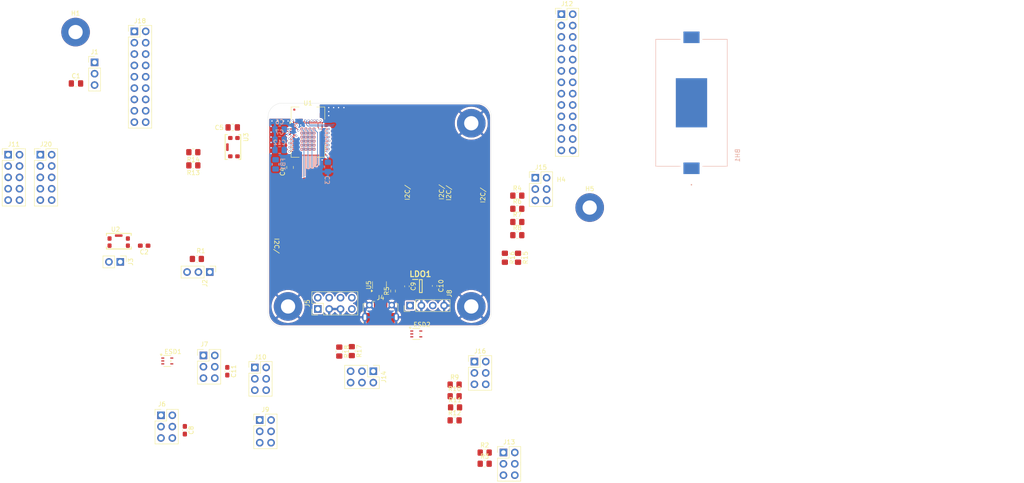
<source format=kicad_pcb>
(kicad_pcb (version 20240108) (generator "pcbnew") (generator_version "8.0")
  (layers (0 "F.Cu" signal) (1 "In1.Cu" signal) (2 "In2.Cu" signal) (3 "In3.Cu" signal) (4 "In4.Cu" signal) (31 "B.Cu" signal) (34 "B.Paste" user) (35 "F.Paste" user) (36 "B.SilkS" user "B.Silkscreen") (37 "F.SilkS" user "F.Silkscreen") (38 "B.Mask" user) (39 "F.Mask" user) (44 "Edge.Cuts" user))
  (net 0 "")
  (net 1 "Net-(BH1-+)")
  (net 3 "GND")
  (net 4 "/VBAT")
  (net 5 "Net-(J3-Pin_1)")
  (net 6 "+3.3V")
  (net 7 "/NRST")
  (net 8 "+5V")
  (net 9 "/LD_OUT_3V3")
  (net 10 "/VBUS")
  (net 11 "/5V_SW")
  (net 13 "/PC_5V")
  (net 14 "/PC_3V3")
  (net 16 "/3V3_SW")
  (net 17 "/BOOT0J")
  (net 18 "/PD2")
  (net 19 "Net-(J4-ID)")
  (net 20 "/USB_D2-")
  (net 21 "/USB_D2+")
  (net 22 "/JTMS-SWDIO")
  (net 23 "/JTDO-TRACE-SWO")
  (net 24 "/JTCK-SWCLK")
  (net 25 "/PH1")
  (net 26 "/PA8")
  (net 27 "/PC13")
  (net 28 "/PB1")
  (net 29 "/PB12")
  (net 30 "/PE4")
  (net 31 "/PD5")
  (net 32 "/PB2")
  (net 33 "/PH0")
  (net 34 "/PC12")
  (net 35 "/PE0")
  (net 36 "/PD4")
  (net 37 "/PA10")
  (net 38 "/PA3")
  (net 39 "/PB14")
  (net 40 "/PE2")
  (net 41 "/PE1")
  (net 42 "/PB15")
  (net 43 "/PA0")
  (net 44 "/PB0")
  (net 45 "Net-(J14-Pin_3)")
  (net 46 "Net-(J15-Pin_3)")
  (net 47 "Net-(J16-Pin_5)")
  (net 48 "Net-(J16-Pin_3)")
  (net 49 "Net-(J11-Pin_5)")
  (net 50 "Net-(J11-Pin_3)")
  (net 51 "/PA6")
  (net 52 "/PA7")
  (net 56 "/PE3")
  (net 57 "Net-(J11-Pin_7)")
  (net 58 "Net-(J11-Pin_9)")
  (net 59 "/PC7")
  (net 60 "/PD7")
  (net 61 "/PC9")
  (net 62 "/PD9")
  (net 63 "/PD6")
  (net 64 "/PC11")
  (net 65 "/PD15")
  (net 66 "/PD8")
  (net 67 "/PD3")
  (net 68 "/PD10")
  (net 69 "/PD12")
  (net 70 "/PD14")
  (net 71 "/PC10")
  (net 72 "/PC4")
  (net 73 "/PD13")
  (net 74 "/PD11")
  (net 75 "/PC8")
  (net 76 "/PA9")
  (net 77 "/PC6")
  (net 79 "Net-(U1-PH3-BOOT0)")
  (net 80 "/PB6_USART1_TX")
  (net 81 "/PB7_USART1_RX")
  (net 82 "/PA1_SPI1_SCK")
  (net 83 "/PA15_SPI1_NSS")
  (net 84 "/PB4_SPI1_MISO")
  (net 85 "/PB5_SPI1_MOSI")
  (net 86 "/PC2_SPI2_MISO")
  (net 87 "/PC3_SPI2_MOSI")
  (net 88 "/PD0_SPI2_NSS")
  (net 89 "/PD1_SPI2_SCK")
  (net 90 "/PB8_I2C1_SCL")
  (net 91 "/PB9_I2C1_SDA")
  (net 92 "/PC1_I2C3_SDA")
  (net 93 "/PB13_I2C3_SCL")
  (net 94 "/PA2_LPUART1_TX")
  (net 95 "/PC0_LPUART1_RX")
  (net 97 "/USB_D-")
  (net 98 "/USB_D+")
  (net 101 "Net-(U1-VDDA)")
  (net 102 "Net-(J13-Pin_3)")
  (net 103 "Net-(J13-Pin_5)")
  (net 104 "Net-(J14-Pin_5)")
  (net 105 "Net-(J15-Pin_1)")
  (net 106 "Net-(J20-Pin_5)")
  (net 107 "Net-(J20-Pin_3)")
  (net 108 "Net-(J20-Pin_7)")
  (net 109 "Net-(J20-Pin_9)")
  (footprint "Personal_Project:LDO_SOT95P280X145-5N" (layer "F.Cu") (at 147.21 87.95)
    (property "Reference" "LDO1")
    (property "Value" "LDO_TLV75733PDBVR" (hide yes))
  )
  (footprint "Resistor_SMD:R_0805_2012Metric_Pad1.20x1.40mm_HandSolder" (layer "F.Cu") (at 161.5 127.7)
    (property "Reference" "R3")
    (property "Value" "100R")
  )
  (footprint "Resistor_SMD:R_0805_2012Metric_Pad1.20x1.40mm_HandSolder" (layer "F.Cu") (at 154.775 117.99)
    (property "Reference" "R12")
    (property "Value" "100R")
  )
  (footprint "Connector_PinHeader_2.54mm:PinHeader_2x09_P2.54mm_Vertical" (layer "F.Cu") (at 83.1 30.94)
    (property "Reference" "J18")
    (property "Value" "GPIO_Pin_Headers")
  )
  (footprint "Personal_Project:Button_KMR231GLFS" (layer "F.Cu") (at 106.675 59.35 90)
    (property "Reference" "U3")
    (property "Value" "~")
  )
  (footprint "Resistor_SMD:R_0805_2012Metric_Pad1.20x1.40mm_HandSolder" (layer "F.Cu") (at 168.8 67.7)
    (property "Reference" "R4")
    (property "Value" "100R")
  )
  (footprint "MountingHole:MountingHole_3.2mm_M3_Pad" (layer "F.Cu") (at 117.5 92.5)
    (property "Reference" "H3" (hide yes))
    (property "Value" "MountingHole_Pad")
  )
  (footprint "Capacitor_SMD:C_0603_1608Metric_Pad1.08x0.95mm_HandSolder" (layer "F.Cu") (at 150.3 87.9 -90)
    (property "Reference" "C10")
    (property "Value" "1u")
  )
  (footprint "Personal_Project:PinHeader_2x03_P2.54mm_Vertical_PINS" (layer "F.Cu") (at 90.28 119.395)
    (property "Reference" "J6")
    (property "Value" "Power Select Jumpers")
  )
  (footprint "MountingHole:MountingHole_3.2mm_M3_Pad" (layer "F.Cu") (at 158.5 92.5)
    (property "Reference" "H4")
    (property "Value" "MountingHole_Pad")
  )
  (footprint "Connector_PinHeader_2.54mm:PinHeader_2x13_P2.54mm_Vertical" (layer "F.Cu") (at 178.66 27.1)
    (property "Reference" "J12")
    (property "Value" "GPIO_Pin_Headers")
  )
  (footprint "Capacitor_SMD:C_0805_2012Metric_Pad1.18x1.45mm_HandSolder" (layer "F.Cu") (at 105.115 52.43)
    (property "Reference" "C5")
    (property "Value" "100nF")
  )
  (footprint "Connector_PinHeader_2.54mm:PinHeader_2x03_P2.54mm_Vertical" (layer "F.Cu") (at 159.2 104.84)
    (property "Reference" "J16")
    (property "Value" "USART1_Header")
  )
  (footprint "Connector_PinHeader_2.54mm:PinHeader_2x03_P2.54mm_Vertical" (layer "F.Cu") (at 136.58 107 -90)
    (property "Reference" "J14")
    (property "Value" "I2C1_Header")
  )
  (footprint "Capacitor_SMD:C_0603_1608Metric_Pad1.08x0.95mm_HandSolder" (layer "F.Cu") (at 85.3 78.9 180)
    (property "Reference" "C2")
    (property "Value" "1uF")
  )
  (footprint "Connector_PinHeader_2.54mm:PinHeader_1x03_P2.54mm_Vertical" (layer "F.Cu") (at 99.98 84.8 -90)
    (property "Reference" "J2")
    (property "Value" "BOOT0_Jumper")
  )
  (footprint "Resistor_SMD:R_0805_2012Metric_Pad1.20x1.40mm_HandSolder" (layer "F.Cu") (at 166.02 81.6 -90)
    (property "Reference" "R16")
    (property "Value" "100R")
  )
  (footprint "Package_TO_SOT_SMD:SOT-23-6" (layer "F.Cu") (at 137.95 87.7225 90)
    (property "Reference" "U5")
    (property "Value" "USBLC6-2SC6")
  )
  (footprint "Capacitor_SMD:C_0805_2012Metric_Pad1.18x1.45mm_HandSolder" (layer "F.Cu") (at 117.95 61.395 -90)
    (property "Reference" "C4")
    (property "Value" "100n")
  )
  (footprint "Resistor_SMD:R_0805_2012Metric_Pad1.20x1.40mm_HandSolder" (layer "F.Cu") (at 161.5 125.2)
    (property "Reference" "R2")
    (property "Value" "100R")
  )
  (footprint "Capacitor_SMD:C_0805_2012Metric_Pad1.18x1.45mm_HandSolder" (layer "F.Cu") (at 70.0375 42.6)
    (property "Reference" "C1")
    (property "Value" "100n")
  )
  (footprint "Connector_PinHeader_2.54mm:PinHeader_2x03_P2.54mm_Vertical" (layer "F.Cu") (at 110.06 106.16)
    (property "Reference" "J10")
    (property "Value" "3V3 Power Pins")
  )
  (footprint "Resistor_SMD:R_0805_2012Metric_Pad1.20x1.40mm_HandSolder" (layer "F.Cu") (at 154.875 115.09)
    (property "Reference" "R11")
    (property "Value" "100R")
  )
  (footprint "Resistor_SMD:R_0805_2012Metric_Pad1.20x1.40mm_HandSolder" (layer "F.Cu") (at 154.775 109.99)
    (property "Reference" "R9")
    (property "Value" "100R")
  )
  (footprint "Resistor_SMD:R_0805_2012Metric_Pad1.20x1.40mm_HandSolder" (layer "F.Cu") (at 128.96 102.6 -90)
    (property "Reference" "R18")
    (property "Value" "100R")
  )
  (footprint "MountingHole:MountingHole_3.2mm_M3_Pad" (layer "F.Cu") (at 185 70.37)
    (property "Reference" "H5")
    (property "Value" "MountingHole_Pad")
  )
  (footprint "Resistor_SMD:R_0805_2012Metric_Pad1.20x1.40mm_HandSolder" (layer "F.Cu") (at 96.3 60.93 180)
    (property "Reference" "R13")
    (property "Value" "100R")
  )
  (footprint "Personal_Project:SOT323-5L_STM-L" (layer "F.Cu") (at 146.19035 98.649999)
    (property "Reference" "ESD2")
    (property "Value" "ESDALC6V1W5")
  )
  (footprint "Connector_PinHeader_2.54mm:PinHeader_1x04_P2.54mm_Vertical" (layer "F.Cu") (at 144.8 92.3 90)
    (property "Reference" "J8")
    (property "Value" "Power Pins")
  )
  (footprint "Resistor_SMD:R_0805_2012Metric_Pad1.20x1.40mm_HandSolder" (layer "F.Cu") (at 96.3 57.98 180)
    (property "Reference" "R14")
    (property "Value" "100R")
  )
  (footprint "Personal_Project:Button_KMR231GLFS" (layer "F.Cu") (at 77.1 79.4)
    (property "Reference" "U2")
    (property "Value" "~")
  )
  (footprint "Capacitor_SMD:C_0603_1608Metric_Pad1.08x0.95mm_HandSolder" (layer "F.Cu") (at 144.1 88 -90)
    (property "Reference" "C9")
    (property "Value" "1u")
  )
  (footprint "Connector_PinHeader_2.54mm:PinHeader_2x03_P2.54mm_Vertical" (layer "F.Cu") (at 165.7 125.18)
    (property "Reference" "J13")
    (property "Value" "I2C1_Header")
  )
  (footprint "Resistor_SMD:R_0805_2012Metric_Pad1.20x1.40mm_HandSolder" (layer "F.Cu") (at 168.8 76.55)
    (property "Reference" "R8")
    (property "Value" "100R")
  )
  (footprint "Capacitor_SMD:C_0603_1608Metric_Pad1.08x0.95mm_HandSolder" (layer "F.Cu") (at 94.4 120.2 -90)
    (property "Reference" "C8")
    (property "Value" "4u7")
  )
  (footprint "MountingHole:MountingHole_3.2mm_M3_Pad" (layer "F.Cu") (at 69.945 31.1)
    (property "Reference" "H1")
    (property "Value" "MountingHole_Pad")
  )
  (footprint "Resistor_SMD:R_0805_2012Metric_Pad1.20x1.40mm_HandSolder" (layer "F.Cu") (at 168.8 73.6)
    (property "Reference" "R7")
    (property "Value" "100R")
  )
  (footprint "Resistor_SMD:R_0805_2012Metric_Pad1.20x1.40mm_HandSolder" (layer "F.Cu") (at 97.09 81.87 180)
    (property "Reference" "R1")
    (property "Value" "1k")
  )
  (footprint "Resistor_SMD:R_0805_2012Metric_Pad1.20x1.40mm_HandSolder" (layer "F.Cu") (at 154.775 112.59)
    (property "Reference" "R10")
    (property "Value" "100R")
  )
  (footprint "RF_Module:ST-SiP-LGA-86-11x7.3mm" (layer "F.Cu") (at 121.95 53.495)
    (property "Reference" "U1")
    (property "Value" "STM32WB5MMGH6TR")
  )
  (footprint "Personal_Project:PinHeader_2x03_P2.54mm_Vertical_PINS" (layer "F.Cu") (at 99.78 105.995)
    (property "Reference" "J7")
    (property "Value" "3V3 Power Source Jumpers")
  )
  (footprint "Resistor_SMD:R_0805_2012Metric_Pad1.20x1.40mm_HandSolder" (layer "F.Cu") (at 131.76 102.5 -90)
    (property "Reference" "R17")
    (property "Value" "100R")
  )
  (footprint "Capacitor_SMD:C_0603_1608Metric_Pad1.08x0.95mm_HandSolder" (layer "F.Cu") (at 103.9 107 -90)
    (property "Reference" "C11")
    (property "Value" "4u7")
  )
  (footprint "Connector_USB:USB_Micro-B_Molex-105017-0001" (layer "F.Cu") (at 138.2 93.6625)
    (property "Reference" "J4")
    (property "Value" "USB_B_Micro")
  )
  (footprint "Connector_PinHeader_2.54mm:PinHeader_2x03_P2.54mm_Vertical" (layer "F.Cu") (at 172.825 63.7)
    (property "Reference" "J15")
    (property "Value" "LPUART1_Header")
  )
  (footprint "Connector_PinHeader_2.54mm:PinHeader_2x05_P2.54mm_Vertical" (layer "F.Cu") (at 62.06 58.54)
    (property "Reference" "J20")
    (property "Value" "SPI2_Header")
  )
  (footprint "Connector_PinHeader_2.54mm:PinHeader_1x02_P2.54mm_Vertical" (layer "F.Cu") (at 79.95 82.53 -90)
    (property "Reference" "J3")
    (property "Value" "User Button Jumper")
  )
  (footprint "Resistor_SMD:R_0603_1608Metric_Pad0.98x0.95mm_HandSolder" (layer "F.Cu") (at 141 89.0525 90)
    (property "Reference" "R5")
    (property "Value" "100k")
  )
  (footprint "Resistor_SMD:R_0805_2012Metric_Pad1.20x1.40mm_HandSolder" (layer "F.Cu") (at 168.8 70.65)
    (property "Reference" "R6")
    (property "Value" "100R")
  )
  (footprint "Personal_Project:SOT323-5L_STM-L" (layer "F.Cu") (at 90.46965 104.7)
    (property "Reference" "ESD1")
    (property "Value" "ESDALC6V1W5")
  )
  (footprint "MountingHole:MountingHole_3.2mm_M3_Pad" (layer "F.Cu") (at 158.5 51.5)
    (property "Reference" "H2" (hide yes))
    (property "Value" "MountingHole_Pad")
  )
  (footprint "Connector_PinHeader_2.54mm:PinHeader_1x03_P2.54mm_Vertical" (layer "F.Cu") (at 74.2 37.875)
    (property "Reference" "J1")
    (property "Value" "Coin Battery Jumper")
  )
  (footprint "Connector_PinHeader_2.54mm:PinHeader_2x05_P2.54mm_Vertical" (layer "F.Cu") (at 54.86 58.54)
    (property "Reference" "J11")
    (property "Value" "SPI1_Header")
  )
  (footprint "Resistor_SMD:R_0805_2012Metric_Pad1.20x1.40mm_HandSolder" (layer "F.Cu") (at 168.97 81.6 -90)
    (property "Reference" "R15")
    (property "Value" "100R")
  )
  (footprint "Connector_PinHeader_2.54mm:PinHeader_2x03_P2.54mm_Vertical" (layer "F.Cu") (at 111.16 117.92)
    (property "Reference" "J9")
    (property "Value" "5V Power Pins")
  )
  (footprint "Connector_PinHeader_2.54mm:PinHeader_2x04_P2.54mm_Vertical" (layer "F.Cu") (at 124.16 93.075 90)
    (property "Reference" "J5")
    (property "Value" "Debug_Pins")
  )
  (footprint "Capacitor_SMD:C_0805_2012Metric_Pad1.18x1.45mm_HandSolder" (layer "B.Cu") (at 115.6 52.9 180)
    (property "Reference" "C6")
    (property "Value" "100n")
  )
  (footprint "Capacitor_SMD:C_0805_2012Metric_Pad1.18x1.45mm_HandSolder" (layer "B.Cu") (at 126.42 61.2775 -90)
    (property "Reference" "C3")
    (property "Value" "100n")
  )
  (footprint "Capacitor_SMD:C_0805_2012Metric_Pad1.18x1.45mm_HandSolder" (layer "B.Cu") (at 115.6 55.2 180)
    (property "Reference" "C7")
    (property "Value" "100n")
  )
  (footprint "Personal_Project:Battery_Holder_1060TR" (layer "B.Cu") (at 207.78 46.925 90)
    (property "Reference" "BH1")
    (property "Value" "Battery_Holder_1060TR" (hide yes))
  )
  (footprint "Capacitor_SMD:C_0805_2012Metric_Pad1.18x1.45mm_HandSolder" (layer "B.Cu") (at 114.7 60.7 90)
    (property "Reference" "FB1")
    (property "Value" "BLM21PG601SN1D_0805")
  )
  (footprint "Capacitor_SMD:C_0805_2012Metric_Pad1.18x1.45mm_HandSolder" (layer "B.Cu") (at 115.6 57.5 180)
    (property "Reference" "C12")
    (property "Value" "4u7")
  )
  (gr_line (start 159.8 97) (end 116.2 97) (stroke (width 0.05)) (layer "Edge.Cuts"))
  (gr_arc (start 163 93.8) (mid 162.062742 96.062742) (end 159.8 97) (stroke (width 0.05)) (layer "Edge.Cuts"))
  (gr_line (start 163 50.2) (end 163 93.8) (stroke (width 0.05)) (layer "Edge.Cuts"))
  (gr_arc (start 116.2 97) (mid 113.937258 96.062742) (end 113 93.8) (stroke (width 0.05)) (layer "Edge.Cuts"))
  (gr_line (start 113 93.8) (end 113 50.2) (stroke (width 0.05)) (layer "Edge.Cuts"))
  (gr_arc (start 159.8 47) (mid 162.062742 47.937258) (end 163 50.2) (stroke (width 0.05)) (layer "Edge.Cuts"))
  (gr_line (start 116.2 47) (end 159.8 47) (stroke (width 0.05)) (layer "Edge.Cuts"))
  (gr_arc (start 113 50.2) (mid 113.937258 47.937258) (end 116.2 47) (stroke (width 0.05)) (layer "Edge.Cuts"))
  (gr_text "I2C/" (at 114.36 77.1 -90) (layer "F.SilkS") (effects (font (size 1 1) (thickness 0.153)) (justify left bottom)))
  (gr_text "I2C/" (at 161.7 69.45 90) (layer "F.SilkS") (effects (font (size 1 1) (thickness 0.153)) (justify left bottom)))
  (gr_text "I2C/" (at 154.05 68.95 90) (layer "F.SilkS") (effects (font (size 1 1) (thickness 0.153)) (justify left bottom)))
  (gr_text "I2C/" (at 152.45 68.75 90) (layer "F.SilkS") (effects (font (size 1 1) (thickness 0.153)) (justify left bottom)))
  (gr_text "I2C/" (at 144.8 68.85 90) (layer "F.SilkS") (effects (font (size 1 1) (thickness 0.153)) (justify left bottom)))
  (segment (start 117.991397 53.245) (end 118.775 53.245) (width 0.15) (layer "F.Cu") (net 3))
  (segment (start 120.15 51.42) (end 120.6 51.42) (width 0.25) (layer "F.Cu") (net 3))
  (segment (start 125.13 59.71) (end 125.125 59.705) (width 0.25) (layer "F.Cu") (net 3))
  (segment (start 119.25 51.42) (end 119.7 51.42) (width 0.25) (layer "F.Cu") (net 3))
  (segment (start 117.7 53.4) (end 117.836397 53.4) (width 0.15) (layer "F.Cu") (net 3))
  (segment (start 117.836397 53.4) (end 117.991397 53.245) (width 0.15) (layer "F.Cu") (net 3))
  (segment (start 125.125 59.705) (end 125.125 58.67) (width 0.25) (layer "F.Cu") (net 3))
  (segment (start 119.7 51.42) (end 120.15 51.42) (width 0.25) (layer "F.Cu") (net 3))
  (via (at 113.7 57) (size 0.45) (drill 0.3) (layers "F.Cu" "B.Cu") (net 3))
  (via (at 122.4 53.695) (size 0.45) (drill 0.3) (layers "F.Cu" "B.Cu") (net 3))
  (via (at 116.5 51) (size 0.45) (drill 0.3) (layers "F.Cu" "B.Cu") (net 3))
  (via (at 126.6 49.8) (size 0.45) (drill 0.3) (layers "F.Cu" "B.Cu") (net 3))
  (via (at 117.5 51) (size 0.45) (drill 0.3) (layers "F.Cu" "B.Cu") (net 3))
  (via (at 113.7 58.3) (size 0.45) (drill 0.3) (layers "F.Cu" "B.Cu") (net 3))
  (via (at 113.7 52.2) (size 0.45) (drill 0.3) (layers "F.Cu" "B.Cu") (net 3))
  (via (at 113.7 53.5) (size 0.45) (drill 0.3) (layers "F.Cu" "B.Cu") (net 3))
  (via (at 125.13 59.71) (size 0.45) (drill 0.3) (layers "F.Cu" "B.Cu") (net 3))
  (via (at 120.34 51.91) (size 0.45) (drill 0.3) (layers "F.Cu" "B.Cu") (net 3))
  (via (at 117.7 53.4) (size 0.45) (drill 0.3) (layers "F.Cu" "B.Cu") (net 3))
  (via (at 126.6 48.9) (size 0.45) (drill 0.3) (layers "F.Cu" "B.Cu") (net 3))
  (via (at 113.7 55.8) (size 0.45) (drill 0.3) (layers "F.Cu" "B.Cu") (net 3))
  (via (at 130 48) (size 0.45) (drill 0.3) (layers "F.Cu" "B.Cu") (net 3))
  (via (at 128.8 48) (size 0.45) (drill 0.3) (layers "F.Cu" "B.Cu") (net 3))
  (via (at 126.6 48) (size 0.45) (drill 0.3) (layers "F.Cu" "B.Cu") (net 3))
  (via (at 113.9 51) (size 0.45) (drill 0.3) (layers "F.Cu" "B.Cu") (net 3))
  (via (at 127.7 48) (size 0.45) (drill 0.3) (layers "F.Cu" "B.Cu") (net 3))
  (via (at 113.7 54.6) (size 0.45) (drill 0.3) (layers "F.Cu" "B.Cu") (net 3))
  (via (at 115.1 51) (size 0.45) (drill 0.3) (layers "F.Cu" "B.Cu") (net 3))
  (segment (start 117.9 57.75) (end 118.77 57.75) (width 0.15) (layer "F.Cu") (net 4))
  (segment (start 118.77 57.75) (end 118.775 57.745) (width 0.15) (layer "F.Cu") (net 4))
  (segment (start 117.8 57.85) (end 117.9 57.75) (width 0.15) (layer "F.Cu") (net 4))
  (via (at 117.8 57.85) (size 0.45) (drill 0.3) (layers "F.Cu" "B.Cu") (net 4))
  (segment (start 125.55 58.195) (end 125.125 58.195) (width 0.25) (layer "F.Cu") (net 6))
  (segment (start 117.805 52.795) (end 117.8 52.8) (width 0.25) (layer "F.Cu") (net 6))
  (segment (start 126.2125 58.8575) (end 125.55 58.195) (width 0.25) (layer "F.Cu") (net 6))
  (segment (start 118.775 52.795) (end 117.805 52.795) (width 0.25) (layer "F.Cu") (net 6))
  (via (at 126.2125 58.8575) (size 0.45) (drill 0.3) (layers "F.Cu" "B.Cu") (net 6))
  (via (at 117.8 52.8) (size 0.45) (drill 0.3) (layers "F.Cu" "B.Cu") (net 6))
  (segment (start 126.42 59.065) (end 126.2125 58.8575) (width 0.25) (layer "B.Cu") (net 6))
  (segment (start 116.7375 52.8) (end 116.6375 52.9) (width 0.25) (layer "B.Cu") (net 6))
  (segment (start 126.42 59.065) (end 126.42 60.24) (width 0.25) (layer "B.Cu") (net 6))
  (segment (start 117.8 52.8) (end 116.7375 52.8) (width 0.25) (layer "B.Cu") (net 6))
  (segment (start 118.2 55.5) (end 118.205 55.495) (width 0.15) (layer "F.Cu") (net 7))
  (segment (start 118.205 55.495) (end 118.775 55.495) (width 0.15) (layer "F.Cu") (net 7))
  (via (at 118.2 55.5) (size 0.45) (drill 0.3) (layers "F.Cu" "B.Cu") (net 7))
  (via (at 122.4 57.295) (size 0.45) (drill 0.3) (layers "F.Cu" "B.Cu") (net 18))
  (segment (start 122.4 58.67) (end 122.4 63.63) (width 0.15) (layer "F.Cu") (net 22))
  (segment (start 120.6 58.67) (end 120.6 63.42) (width 0.15) (layer "F.Cu") (net 23))
  (segment (start 120.6 63.42) (end 120.61 63.43) (width 0.15) (layer "F.Cu") (net 23))
  (segment (start 122.85 58.67) (end 122.85 63.47) (width 0.15) (layer "F.Cu") (net 24))
  (segment (start 122.85 63.47) (end 122.84 63.48) (width 0.15) (layer "F.Cu") (net 24))
  (via (at 120.6 53.695) (size 0.45) (drill 0.3) (layers "F.Cu" "B.Cu") (net 25))
  (segment (start 123.75 51.16) (end 123.75 51.42) (width 0.15) (layer "F.Cu") (net 26))
  (segment (start 124.018425 50.891575) (end 123.75 51.16) (width 0.15) (layer "F.Cu") (net 26))
  (segment (start 124.018425 50.87133) (end 124.018425 50.891575) (width 0.15) (layer "F.Cu") (net 26))
  (via (at 124.018425 50.87133) (size 0.45) (drill 0.3) (layers "F.Cu" "B.Cu") (net 26))
  (segment (start 126.675 54.595) (end 126.69 54.58) (width 0.15) (layer "F.Cu") (net 27))
  (segment (start 125.125 54.595) (end 126.675 54.595) (width 0.15) (layer "F.Cu") (net 27))
  (via (at 126.69 54.58) (size 0.45) (drill 0.3) (layers "F.Cu" "B.Cu") (net 27))
  (segment (start 125.125 53.245) (end 126.23 53.245) (width 0.15) (layer "F.Cu") (net 28))
  (via (at 126.23 53.245) (size 0.45) (drill 0.3) (layers "F.Cu" "B.Cu") (net 28))
  (segment (start 125.125 54.145) (end 126.22 54.145) (width 0.15) (layer "F.Cu") (net 29))
  (via (at 126.22 54.145) (size 0.45) (drill 0.3) (layers "F.Cu" "B.Cu") (net 29))
  (segment (start 126.635 53.695) (end 126.64 53.69) (width 0.15) (layer "F.Cu") (net 30))
  (segment (start 125.125 53.695) (end 126.635 53.695) (width 0.15) (layer "F.Cu") (net 30))
  (via (at 126.64 53.69) (size 0.45) (drill 0.3) (layers "F.Cu" "B.Cu") (net 30))
  (via (at 121.5 56.395) (size 0.45) (drill 0.3) (layers "F.Cu" "B.Cu") (net 31))
  (segment (start 124.65 51.2) (end 124.65 51.42) (width 0.15) (layer "F.Cu") (net 32))
  (segment (start 124.855 50.995) (end 124.65 51.2) (width 0.15) (layer "F.Cu") (net 32))
  (segment (start 124.816793 50.894455) (end 124.855 50.932662) (width 0.15) (layer "F.Cu") (net 32))
  (segment (start 124.855 50.932662) (end 124.855 50.995) (width 0.15) (layer "F.Cu") (net 32))
  (via (at 124.816793 50.894455) (size 0.45) (drill 0.3) (layers "F.Cu" "B.Cu") (net 32))
  (via (at 120.6 52.795) (size 0.45) (drill 0.3) (layers "F.Cu" "B.Cu") (net 33))
  (segment (start 120.6 52.795) (end 121.05 53.245) (width 0.15) (layer "B.Cu") (net 33))
  (segment (start 121.05 63.45) (end 121 63.5) (width 0.15) (layer "B.Cu") (net 33))
  (segment (start 121.05 53.245) (end 121.05 63.45) (width 0.15) (layer "B.Cu") (net 33))
  (segment (start 121.95 63.36) (end 121.96 63.37) (width 0.15) (layer "F.Cu") (net 34))
  (segment (start 121.95 58.67) (end 121.95 63.36) (width 0.15) (layer "F.Cu") (net 34))
  (via (at 121.5 55.495) (size 0.45) (drill 0.3) (layers "F.Cu" "B.Cu") (net 35))
  (via (at 123.3 53.695) (size 0.45) (drill 0.3) (layers "F.Cu" "B.Cu") (net 36))
  (segment (start 123.7 63.7) (end 123.75 63.65) (width 0.15) (layer "F.Cu") (net 37))
  (segment (start 123.75 58.67) (end 123.75 63.65) (width 0.15) (layer "F.Cu") (net 37))
  (segment (start 121.05 51.095) (end 121.05 51.42) (width 0.15) (layer "F.Cu") (net 38))
  (segment (start 121.295 50.85) (end 121.05 51.095) (width 0.15) (layer "F.Cu") (net 38))
  (segment (start 121.35 50.85) (end 121.295 50.85) (width 0.15) (layer "F.Cu") (net 38))
  (via (at 121.35 50.85) (size 0.45) (drill 0.3) (layers "F.Cu" "B.Cu") (net 38))
  (segment (start 127.55 52.15) (end 127.65 52.05) (width 0.15) (layer "B.Cu") (net 38))
  (segment (start 121.35 50.85) (end 121.45 50.85) (width 0.15) (layer "B.Cu") (net 38))
  (segment (start 121.65 51.85) (end 121.95 52.15) (width 0.15) (layer "B.Cu") (net 38))
  (segment (start 121.95 52.15) (end 127.55 52.15) (width 0.15) (layer "B.Cu") (net 38))
  (segment (start 121.65 51.05) (end 121.65 51.85) (width 0.15) (layer "B.Cu") (net 38))
  (segment (start 121.45 50.85) (end 121.65 51.05) (width 0.15) (layer "B.Cu") (net 38))
  (segment (start 125.125 55.945) (end 126.25 55.945) (width 0.15) (layer "F.Cu") (net 39))
  (via (at 126.25 55.945) (size 0.45) (drill 0.3) (layers "F.Cu" "B.Cu") (net 39))
  (via (at 121.5 54.595) (size 0.45) (drill 0.3) (layers "F.Cu" "B.Cu") (net 40))
  (via (at 120.6 55.495) (size 0.45) (drill 0.3) (layers "F.Cu" "B.Cu") (net 41))
  (segment (start 126.695 55.495) (end 126.74 55.45) (width 0.15) (layer "F.Cu") (net 42))
  (segment (start 125.125 55.495) (end 126.695 55.495) (width 0.15) (layer "F.Cu") (net 42))
  (via (at 126.74 55.45) (size 0.45) (drill 0.3) (layers "F.Cu" "B.Cu") (net 42))
  (segment (start 119.770455 53.1) (end 119.770455 53.015455) (width 0.15) (layer "F.Cu") (net 43))
  (segment (start 119.1 52.345) (end 118.775 52.345) (width 0.15) (layer "F.Cu") (net 43))
  (segment (start 119.770455 53.015455) (end 119.1 52.345) (width 0.15) (layer "F.Cu") (net 43))
  (via (at 119.770455 53.1) (size 0.45) (drill 0.3) (layers "F.Cu" "B.Cu") (net 43))
  (segment (start 125.125 52.795) (end 126.655442 52.795) (width 0.15) (layer "F.Cu") (net 44))
  (segment (start 126.655442 52.795) (end 126.660442 52.79) (width 0.15) (layer "F.Cu") (net 44))
  (via (at 126.660442 52.79) (size 0.45) (drill 0.3) (layers "F.Cu" "B.Cu") (net 44))
  (segment (start 122.175 50.87) (end 122.4 51.095) (width 0.15) (layer "F.Cu") (net 51))
  (segment (start 122.09 50.87) (end 122.175 50.87) (width 0.15) (layer "F.Cu") (net 51))
  (segment (start 122.4 51.095) (end 122.4 51.42) (width 0.15) (layer "F.Cu") (net 51))
  (via (at 122.09 50.87) (size 0.45) (drill 0.3) (layers "F.Cu" "B.Cu") (net 51))
  (segment (start 127.525736 51.75) (end 127.85 51.75) (width 0.15) (layer "B.Cu") (net 51))
  (segment (start 122.09 51.59) (end 122.35 51.85) (width 0.15) (layer "B.Cu") (net 51))
  (segment (start 127.425736 51.85) (end 127.525736 51.75) (width 0.15) (layer "B.Cu") (net 51))
  (segment (start 122.09 50.87) (end 122.09 51.59) (width 0.15) (layer "B.Cu") (net 51))
  (segment (start 122.35 51.85) (end 127.425736 51.85) (width 0.15) (layer "B.Cu") (net 51))
  (segment (start 122.802467 50.893702) (end 122.85 50.941235) (width 0.15) (layer "F.Cu") (net 52))
  (segment (start 122.85 50.941235) (end 122.85 51.42) (width 0.15) (layer "F.Cu") (net 52))
  (via (at 122.802467 50.893702) (size 0.45) (drill 0.3) (layers "F.Cu" "B.Cu") (net 52))
  (via (at 123.3 54.595) (size 0.45) (drill 0.3) (layers "F.Cu" "B.Cu") (net 56))
  (via (at 123.3 55.495) (size 0.45) (drill 0.3) (layers "F.Cu" "B.Cu") (net 59))
  (via (at 121.5 57.295) (size 0.45) (drill 0.3) (layers "F.Cu" "B.Cu") (net 60))
  (via (at 123.3 57.295) (size 0.45) (drill 0.3) (layers "F.Cu" "B.Cu") (net 61))
  (via (at 123.3 52.795) (size 0.45) (drill 0.3) (layers "F.Cu" "B.Cu") (net 62))
  (segment (start 124.1 53.595) (end 124.1 60.7) (width 0.15) (layer "B.Cu") (net 62))
  (segment (start 123.3 52.795) (end 124.1 53.595) (width 0.15) (layer "B.Cu") (net 62))
  (segment (start 124.1 60.7) (end 123.8 61) (width 0.15) (layer "B.Cu") (net 62))
  (via (at 122.4 56.395) (size 0.45) (drill 0.3) (layers "F.Cu" "B.Cu") (net 63))
  (segment (start 121.5 58.67) (end 121.5 63.27) (width 0.15) (layer "F.Cu") (net 64))
  (via (at 121.5 52.795) (size 0.45) (drill 0.3) (layers "F.Cu" "B.Cu") (net 65))
  (segment (start 121.5 52.795) (end 121.95 53.245) (width 0.15) (layer "B.Cu") (net 65))
  (segment (start 121.95 53.245) (end 121.95 61.35) (width 0.15) (layer "B.Cu") (net 65))
  (segment (start 121.95 61.35) (end 122 61.4) (width 0.15) (layer "B.Cu") (net 65))
  (via (at 122.4 52.795) (size 0.45) (drill 0.3) (layers "F.Cu" "B.Cu") (net 66))
  (segment (start 122.85 61.25) (end 122.9 61.3) (width 0.15) (layer "B.Cu") (net 66))
  (segment (start 122.4 52.795) (end 122.85 53.245) (width 0.15) (layer "B.Cu") (net 66))
  (segment (start 122.85 53.245) (end 122.85 61.25) (width 0.15) (layer "B.Cu") (net 66))
  (via (at 123.3 56.395) (size 0.45) (drill 0.3) (layers "F.Cu" "B.Cu") (net 67))
  (via (at 121.5 53.695) (size 0.45) (drill 0.3) (layers "F.Cu" "B.Cu") (net 68))
  (via (at 120.6 57.295) (size 0.45) (drill 0.3) (layers "F.Cu" "B.Cu") (net 69))
  (via (at 120.6 54.595) (size 0.45) (drill 0.3) (layers "F.Cu" "B.Cu") (net 70))
  (segment (start 121.05 58.67) (end 121.05 63.24) (width 0.15) (layer "F.Cu") (net 71))
  (segment (start 121.05 63.24) (end 121.04 63.25) (width 0.15) (layer "F.Cu") (net 71))
  (segment (start 124.2 52.415002) (end 124.2 51.42) (width 0.15) (layer "F.Cu") (net 72))
  (segment (start 124.574998 52.79) (end 124.2 52.415002) (width 0.15) (layer "F.Cu") (net 72))
  (via (at 124.574998 52.79) (size 0.45) (drill 0.3) (layers "F.Cu" "B.Cu") (net 72))
  (via (at 120.6 56.395) (size 0.45) (drill 0.3) (layers "F.Cu" "B.Cu") (net 73))
  (via (at 122.4 55.495) (size 0.45) (drill 0.3) (layers "F.Cu" "B.Cu") (net 74))
  (via (at 122.4 54.595) (size 0.45) (drill 0.3) (layers "F.Cu" "B.Cu") (net 75))
  (segment (start 123.41863 50.855543) (end 123.41863 50.989699) (width 0.15) (layer "F.Cu") (net 76))
  (segment (start 123.3 51.108329) (end 123.3 51.42) (width 0.15) (layer "F.Cu") (net 76))
  (segment (start 123.41863 50.989699) (end 123.3 51.108329) (width 0.15) (layer "F.Cu") (net 76))
  (via (at 123.41863 50.855543) (size 0.45) (drill 0.3) (layers "F.Cu" "B.Cu") (net 76))
  (segment (start 126.647788 56.395) (end 125.125 56.395) (width 0.15) (layer "F.Cu") (net 77))
  (segment (start 126.656126 56.386662) (end 126.647788 56.395) (width 0.15) (layer "F.Cu") (net 77))
  (via (at 126.656126 56.386662) (size 0.45) (drill 0.3) (layers "F.Cu" "B.Cu") (net 77))
  (segment (start 118.77 56.85) (end 118.775 56.845) (width 0.15) (layer "F.Cu") (net 79))
  (segment (start 117.794194 56.85) (end 118.77 56.85) (width 0.15) (layer "F.Cu") (net 79))
  (segment (start 117.786593 56.857601) (end 117.794194 56.85) (width 0.15) (layer "F.Cu") (net 79))
  (via (at 117.786593 56.857601) (size 0.45) (drill 0.3) (layers "F.Cu" "B.Cu") (net 79))
  (segment (start 125.125 55.045) (end 126.28 55.045) (width 0.15) (layer "F.Cu") (net 80))
  (via (at 126.28 55.045) (size 0.45) (drill 0.3) (layers "F.Cu" "B.Cu") (net 80))
  (segment (start 119.25 58.67) (end 119.25 63.46) (width 0.15) (layer "F.Cu") (net 81))
  (segment (start 119.37 51.970002) (end 119.294998 51.895) (width 0.15) (layer "F.Cu") (net 82))
  (segment (start 119.294998 51.895) (end 118.775 51.895) (width 0.15) (layer "F.Cu") (net 82))
  (via (at 119.37 51.970002) (size 0.45) (drill 0.3) (layers "F.Cu" "B.Cu") (net 82))
  (segment (start 123.3 58.67) (end 123.3 63.43) (width 0.15) (layer "F.Cu") (net 83))
  (segment (start 120.15 58.67) (end 120.15 63.41) (width 0.15) (layer "F.Cu") (net 84))
  (segment (start 119.7 58.67) (end 119.7 63.48) (width 0.15) (layer "F.Cu") (net 85))
  (segment (start 118.202501 54.403415) (end 118.394086 54.595) (width 0.15) (layer "F.Cu") (net 86))
  (segment (start 118.394086 54.595) (end 118.775 54.595) (width 0.15) (layer "F.Cu") (net 86))
  (via (at 118.202501 54.403415) (size 0.45) (drill 0.3) (layers "F.Cu" "B.Cu") (net 86))
  (segment (start 119.165455 54.145) (end 118.775 54.145) (width 0.15) (layer "F.Cu") (net 87))
  (segment (start 119.320455 54.3) (end 119.165455 54.145) (width 0.15) (layer "F.Cu") (net 87))
  (via (at 119.320455 54.3) (size 0.45) (drill 0.3) (layers "F.Cu" "B.Cu") (net 87))
  (segment (start 126.245 57.745) (end 126.25 57.75) (width 0.15) (layer "F.Cu") (net 88))
  (segment (start 125.125 57.745) (end 125.765 57.745) (width 0.15) (layer "F.Cu") (net 88))
  (segment (start 125.765 57.745) (end 126.245 57.745) (width 0.15) (layer "F.Cu") (net 88))
  (via (at 126.25 57.75) (size 0.45) (drill 0.3) (layers "F.Cu" "B.Cu") (net 88))
  (segment (start 125.125 57.295) (end 125.995 57.295) (width 0.15) (layer "F.Cu") (net 89))
  (segment (start 126 57.3) (end 126.65 57.3) (width 0.15) (layer "F.Cu") (net 89))
  (segment (start 125.995 57.295) (end 126 57.3) (width 0.15) (layer "F.Cu") (net 89))
  (via (at 126.65 57.3) (size 0.45) (drill 0.3) (layers "F.Cu" "B.Cu") (net 89))
  (segment (start 118.205 57.295) (end 118.775 57.295) (width 0.15) (layer "F.Cu") (net 90))
  (segment (start 118.2 57.3) (end 118.205 57.295) (width 0.15) (layer "F.Cu") (net 90))
  (via (at 118.2 57.3) (size 0.45) (drill 0.3) (layers "F.Cu" "B.Cu") (net 90))
  (segment (start 118.77 55.95) (end 118.775 55.945) (width 0.15) (layer "F.Cu") (net 91))
  (segment (start 117.75 55.95) (end 118.77 55.95) (width 0.15) (layer "F.Cu") (net 91))
  (via (at 117.75 55.95) (size 0.45) (drill 0.3) (layers "F.Cu" "B.Cu") (net 91))
  (segment (start 117.895 55.045) (end 118.775 55.045) (width 0.15) (layer "F.Cu") (net 92))
  (segment (start 117.8 54.95) (end 117.895 55.045) (width 0.15) (layer "F.Cu") (net 92))
  (via (at 117.8 54.95) (size 0.45) (drill 0.3) (layers "F.Cu" "B.Cu") (net 92))
  (segment (start 125.125 56.845) (end 126.25 56.845) (width 0.15) (layer "F.Cu") (net 93))
  (via (at 126.25 56.845) (size 0.45) (drill 0.3) (layers "F.Cu" "B.Cu") (net 93))
  (segment (start 118.775 51.115) (end 118.775 51.42) (width 0.15) (layer "F.Cu") (net 94))
  (segment (start 118.56 50.9) (end 118.775 51.115) (width 0.15) (layer "F.Cu") (net 94))
  (via (at 118.56 50.9) (size 0.45) (drill 0.3) (layers "F.Cu" "B.Cu") (net 94))
  (segment (start 118.775 56.395) (end 118.155 56.395) (width 0.15) (layer "F.Cu") (net 95))
  (segment (start 118.169671 56.395) (end 118.174671 56.4) (width 0.15) (layer "F.Cu") (net 95))
  (segment (start 118.155 56.395) (end 118.169671 56.395) (width 0.15) (layer "F.Cu") (net 95))
  (via (at 118.174671 56.4) (size 0.45) (drill 0.3) (layers "F.Cu" "B.Cu") (net 95))
  (segment (start 124.65 58.67) (end 124.65 64.05) (width 0.15) (layer "F.Cu") (net 97))
  (segment (start 124.65 64.05) (end 124.6 64.1) (width 0.15) (layer "F.Cu") (net 97))
  (segment (start 124.2 58.67) (end 124.2 64) (width 0.15) (layer "F.Cu") (net 98))
  (segment (start 117.907107 54) (end 118.212107 53.695) (width 0.25) (layer "F.Cu") (net 101))
  (segment (start 118.212107 53.695) (end 118.775 53.695) (width 0.25) (layer "F.Cu") (net 101))
  (segment (start 117.5 54) (end 117.907107 54) (width 0.25) (layer "F.Cu") (net 101))
  (via (at 117.5 54) (size 0.45) (drill 0.3) (layers "F.Cu" "B.Cu") (net 101))
  (segment (start 116.6375 55.2) (end 116.6375 57.5) (width 0.25) (layer "B.Cu") (net 101))
  (segment (start 117.5 54) (end 117 54) (width 0.25) (layer "B.Cu") (net 101))
  (segment (start 116.6375 54.3625) (end 116.6375 55.2) (width 0.25) (layer "B.Cu") (net 101))
  (segment (start 117 54) (end 116.6375 54.3625) (width 0.25) (layer "B.Cu") (net 101))
  (zone (net 3) (net_name "GND") (layer "F.Cu") (priority 1) (connect_pads (clearance 0.35)) (min_thickness 0.25) (fill yes (thermal_gap 0.5) (thermal_bridge_width 0.5))
    (polygon (pts (xy 124.6 46.995) (xy 124.6 50.495) (xy 113 50.5) (xy 113 97) (xy 163 97) (xy 163 47)))
  )
  (zone (net 3) (net_name "GND") (layers "In3.Cu" "In4.Cu" "B.Cu") (priority 1) (connect_pads (clearance 0.35)) (min_thickness 0.25) (fill yes (thermal_gap 0.5) (thermal_bridge_width 0.5))
    (polygon (pts (xy 124.599479 46.999362) (xy 124.599479 50.499362) (xy 112.999479 50.504362) (xy 112.999479 97.004362) (xy 162.999479 97.004362) (xy 162.999479 47.004362)))
  )
)
</source>
